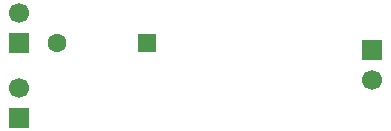
<source format=gbr>
%TF.GenerationSoftware,KiCad,Pcbnew,9.0.5*%
%TF.CreationDate,2025-11-28T10:22:16-08:00*%
%TF.ProjectId,project3_tiny_solar_power_supply,70726f6a-6563-4743-935f-74696e795f73,rev?*%
%TF.SameCoordinates,Original*%
%TF.FileFunction,Soldermask,Bot*%
%TF.FilePolarity,Negative*%
%FSLAX46Y46*%
G04 Gerber Fmt 4.6, Leading zero omitted, Abs format (unit mm)*
G04 Created by KiCad (PCBNEW 9.0.5) date 2025-11-28 10:22:16*
%MOMM*%
%LPD*%
G01*
G04 APERTURE LIST*
G04 Aperture macros list*
%AMRoundRect*
0 Rectangle with rounded corners*
0 $1 Rounding radius*
0 $2 $3 $4 $5 $6 $7 $8 $9 X,Y pos of 4 corners*
0 Add a 4 corners polygon primitive as box body*
4,1,4,$2,$3,$4,$5,$6,$7,$8,$9,$2,$3,0*
0 Add four circle primitives for the rounded corners*
1,1,$1+$1,$2,$3*
1,1,$1+$1,$4,$5*
1,1,$1+$1,$6,$7*
1,1,$1+$1,$8,$9*
0 Add four rect primitives between the rounded corners*
20,1,$1+$1,$2,$3,$4,$5,0*
20,1,$1+$1,$4,$5,$6,$7,0*
20,1,$1+$1,$6,$7,$8,$9,0*
20,1,$1+$1,$8,$9,$2,$3,0*%
G04 Aperture macros list end*
%ADD10R,1.700000X1.700000*%
%ADD11C,1.700000*%
%ADD12RoundRect,0.250000X0.550000X0.550000X-0.550000X0.550000X-0.550000X-0.550000X0.550000X-0.550000X0*%
%ADD13C,1.600000*%
G04 APERTURE END LIST*
D10*
%TO.C,J4*%
X127925196Y-103770900D03*
D11*
X127925196Y-101230900D03*
%TD*%
D12*
%TO.C,J3*%
X138720196Y-103770900D03*
D13*
X131100196Y-103770900D03*
%TD*%
D10*
%TO.C,J1*%
X157770196Y-104405900D03*
D11*
X157770196Y-106945900D03*
%TD*%
D10*
%TO.C,J2*%
X127925196Y-110120900D03*
D11*
X127925196Y-107580900D03*
%TD*%
M02*

</source>
